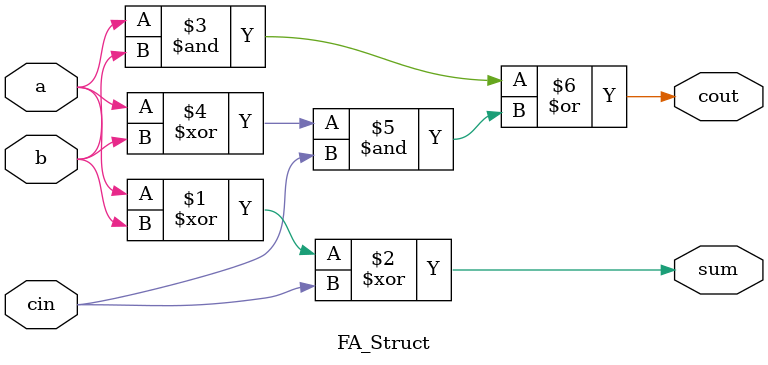
<source format=v>
/*
Assignment 1
Problem no:1b 
Semester: 5th
Group: 28
Members: 
Aryan Singh (19CS30007)
Abhinandan De (19CS10069)
*/

`timescale 1ns/1ns

`ifndef _FA_v_
`define _FA_v_

module FA_Struct(a, b, cin, cout, sum);
    input  a, b, cin;      // inputs
    output cout, sum;      // output

    // Combinational logic
    assign sum = a^b^cin;
    assign cout = (a&b) | ((a^b)&cin);
endmodule

`endif  // _FA_v_
</source>
